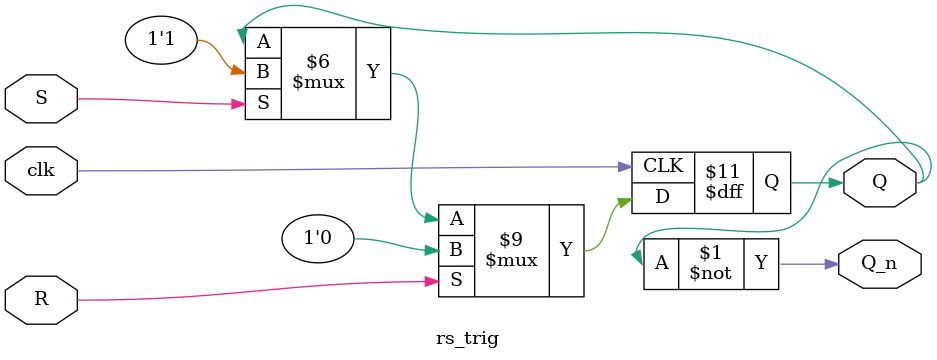
<source format=v>
`timescale 1ns / 1ns

module a_invertor 
(
    input  wire in_D  ,
    output wire out_Q 
);
    
assign out_Q = ~in_D;
// assign out_Q = !in_D;
// assign out_Q = (in_D == 1'b1) ? (1'b0) : (1'b1);

endmodule

module s_invertor 
(
    input  wire in_D  ,
    output reg  out_Q ,
    input  wire clk
);
    
always @(posedge clk) begin
     out_Q <= ~in_D;
    // out_Q <= !in_D;

    // if(in_D == 1'b1)begin
    //     out_Q <= 1'b0;
    // end
    // else begin
    //     out_Q <= 1'b1;
    // end

    // if(in_D)begin
    //     out_Q <= 1'b0;
    // end
    // else begin
    //     out_Q <= 1'b1;
    // end
end

endmodule


module rs_trig 
(
    input  wire R   ,
    input  wire S   ,
    output reg  Q   ,
    output wire Q_n ,
    input  wire clk
);

assign Q_n = ~Q;

always @(posedge clk) begin
    if(R == 1'b1) begin
        Q <= 1'b0;
    end
    else if(S == 1'b1)begin
        Q <= 1'b1;
    end
    else begin
        Q <= Q;
    end
end


endmodule
</source>
